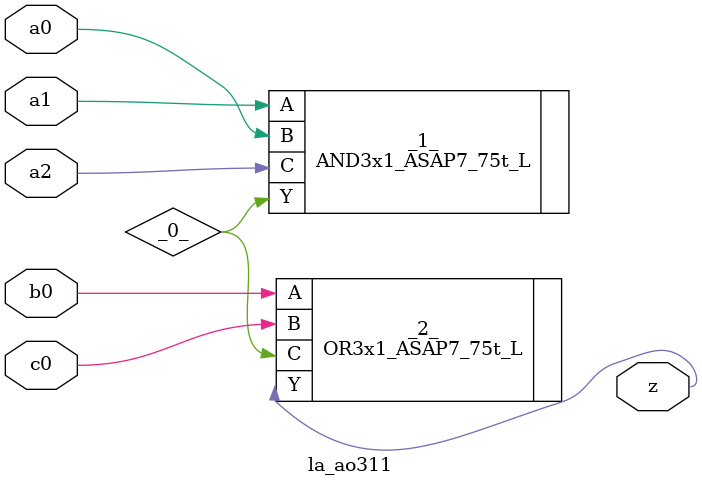
<source format=v>

/* Generated by Yosys 0.44 (git sha1 80ba43d26, g++ 11.4.0-1ubuntu1~22.04 -fPIC -O3) */

(* top =  1  *)
(* src = "inputs/la_ao311.v:10.1-23.10" *)
module la_ao311 (
    a0,
    a1,
    a2,
    b0,
    c0,
    z
);
  wire _0_;
  (* src = "inputs/la_ao311.v:13.12-13.14" *)
  input a0;
  wire a0;
  (* src = "inputs/la_ao311.v:14.12-14.14" *)
  input a1;
  wire a1;
  (* src = "inputs/la_ao311.v:15.12-15.14" *)
  input a2;
  wire a2;
  (* src = "inputs/la_ao311.v:16.12-16.14" *)
  input b0;
  wire b0;
  (* src = "inputs/la_ao311.v:17.12-17.14" *)
  input c0;
  wire c0;
  (* src = "inputs/la_ao311.v:18.12-18.13" *)
  output z;
  wire z;
  AND3x1_ASAP7_75t_L _1_ (
      .A(a1),
      .B(a0),
      .C(a2),
      .Y(_0_)
  );
  OR3x1_ASAP7_75t_L _2_ (
      .A(b0),
      .B(c0),
      .C(_0_),
      .Y(z)
  );
endmodule

</source>
